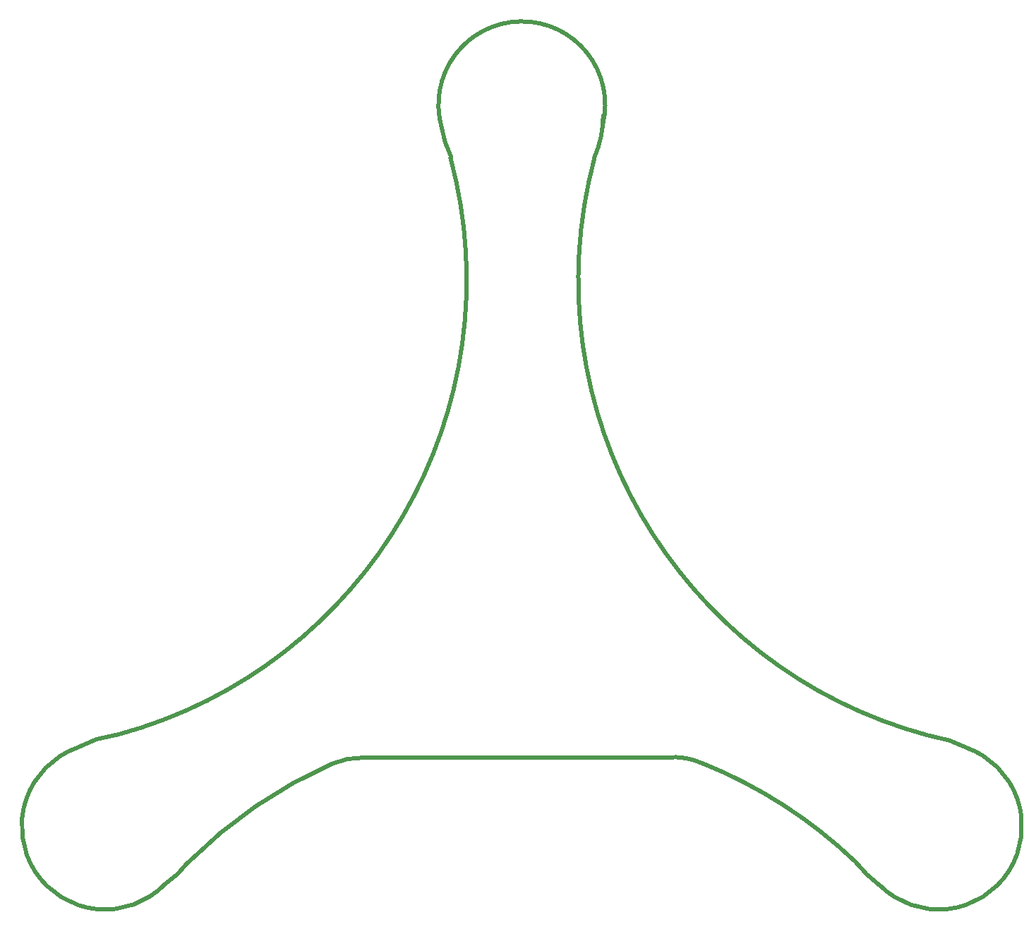
<source format=gko>
G04*
G04 #@! TF.GenerationSoftware,Altium Limited,Altium Designer,18.0.12 (696)*
G04*
G04 Layer_Color=16711935*
%FSLAX25Y25*%
%MOIN*%
G70*
G01*
G75*
%ADD16C,0.02000*%
D16*
X322193Y68893D02*
G03*
X304500Y72000I-14193J-28893D01*
G01*
X160987Y71926D02*
G03*
X146500Y69000I-737J-33676D01*
G01*
X393500Y23000D02*
G03*
X321521Y69295I-157000J-165000D01*
G01*
X447985Y75921D02*
G03*
X428000Y82500I-29485J-55921D01*
G01*
X393500Y23000D02*
G03*
X405818Y11104I51500J41000D01*
G01*
X67669Y12184D02*
G03*
X78611Y22621I-24669J36816D01*
G01*
X45014Y82781D02*
G03*
X26191Y76642I5986J-50281D01*
G01*
X270362Y355334D02*
G03*
X274642Y375500I-45362J20166D01*
G01*
X198282Y369915D02*
G03*
X202848Y355672I49718J8085D01*
G01*
X146676Y69101D02*
G03*
X78724Y22538I89667J-203720D01*
G01*
X270520Y355264D02*
G03*
X428000Y82500I215122J-57642D01*
G01*
X45020Y82736D02*
G03*
X202500Y355500I-57642J215122D01*
G01*
X26191Y76642D02*
G03*
X67669Y12184I13163J-37104D01*
G01*
X405208Y11707D02*
G03*
X446227Y76639I27847J27831D01*
G01*
X274452Y371158D02*
G03*
X198282Y369915I-38247J9335D01*
G01*
X160987Y72000D02*
X305000Y72000D01*
M02*

</source>
